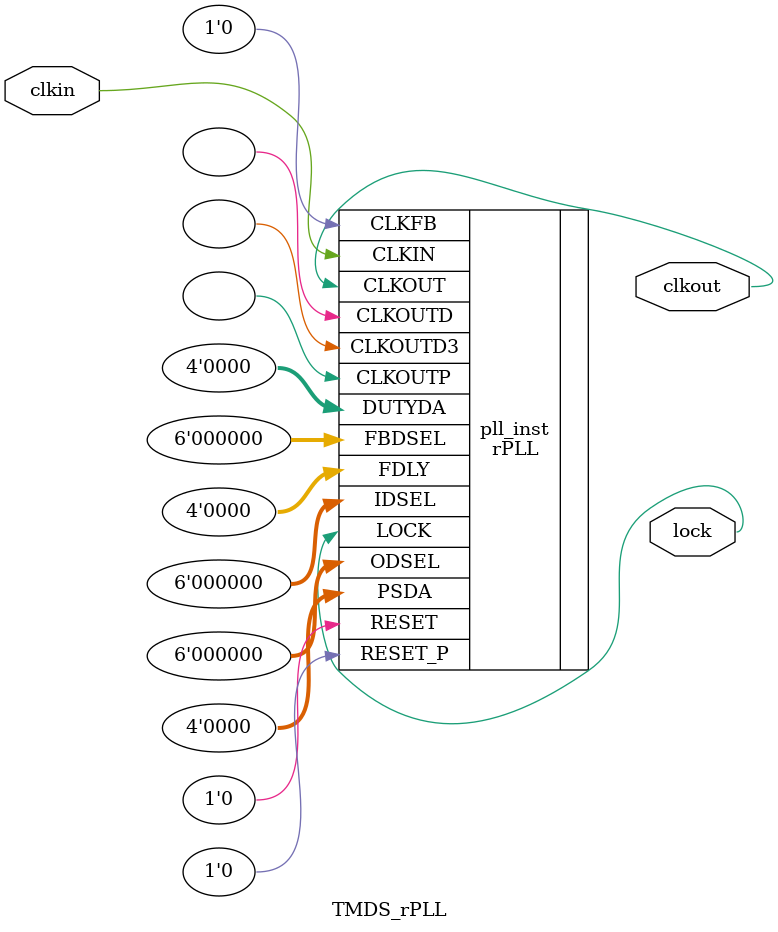
<source format=v>

module TMDS_rPLL (
    input  wire clkin,   // 27MHz input clock
    output wire clkout,  // 5x pixel clock output (742.5MHz for 720p)
    output wire lock     // PLL lock indicator
);

    // For 720p @ 60Hz:
    // Pixel clock = 74.25MHz
    // TMDS clock = 5 * 74.25MHz = 371.25MHz
    // But we'll use a simpler configuration for now
    
    // Use Gowin rPLL primitive
    rPLL #(
        .FCLKIN("27"),          // Input frequency in MHz
        .DYN_IDIV_SEL("false"), // Dynamic input divider disable
        .IDIV_SEL(0),           // Input divider = 1 (27MHz/1 = 27MHz)
        .DYN_FBDIV_SEL("false"),// Dynamic feedback divider disable  
        .FBDIV_SEL(13),         // Feedback divider = 14 (27MHz * 14 = 378MHz)
        .DYN_ODIV_SEL("false"), // Dynamic output divider disable
        .ODIV_SEL(2),           // Output divider = 4 (378MHz/4 = 94.5MHz)
        .PSDA_SEL("0000"),      // Phase shift
        .DYN_DA_EN("false"),    // Dynamic phase shift disable
        .DUTYDA_SEL("1000"),    // Duty cycle adjustment
        .CLKOUT_FT_DIR(1'b1),   // Fine tuning direction
        .CLKOUTP_FT_DIR(1'b1),  // Fine tuning direction positive 
        .CLKOUT_DLY_STEP(0),    // Delay step
        .CLKOUTP_DLY_STEP(0),   // Delay step positive
        .CLKFB_SEL("internal"), // Internal feedback
        .CLKOUTD3_SRC("CLKOUT"), // Clock output D3 source
        .CLKOUTD_BYPASS("false"), // Bypass mode disable
        .CLKOUTD_SRC("CLKOUT"), // Clock output D source
        .DYN_SDIV_SEL(2)        // Dynamic secondary divider
    ) pll_inst (
        .CLKOUT(clkout),        // Main output clock
        .LOCK(lock),            // Lock signal
        .CLKOUTP(),             // Positive phase output (unused)
        .CLKOUTD(),             // Divided output (unused)
        .CLKOUTD3(),            // Divided by 3 output (unused)
        .RESET(1'b0),           // Reset input (tied low)
        .RESET_P(1'b0),         // Positive reset (tied low)
        .CLKIN(clkin),          // Input clock
        .CLKFB(1'b0),           // Feedback clock (internal)
        .FBDSEL(6'b0),          // Feedback divider select (unused in static mode)
        .IDSEL(6'b0),           // Input divider select (unused in static mode)
        .ODSEL(6'b0),           // Output divider select (unused in static mode)
        .PSDA(4'b0),            // Phase shift (unused in static mode)
        .DUTYDA(4'b0),          // Duty adjustment (unused in static mode)
        .FDLY(4'b0)             // Fine delay (unused)
    );

endmodule

</source>
